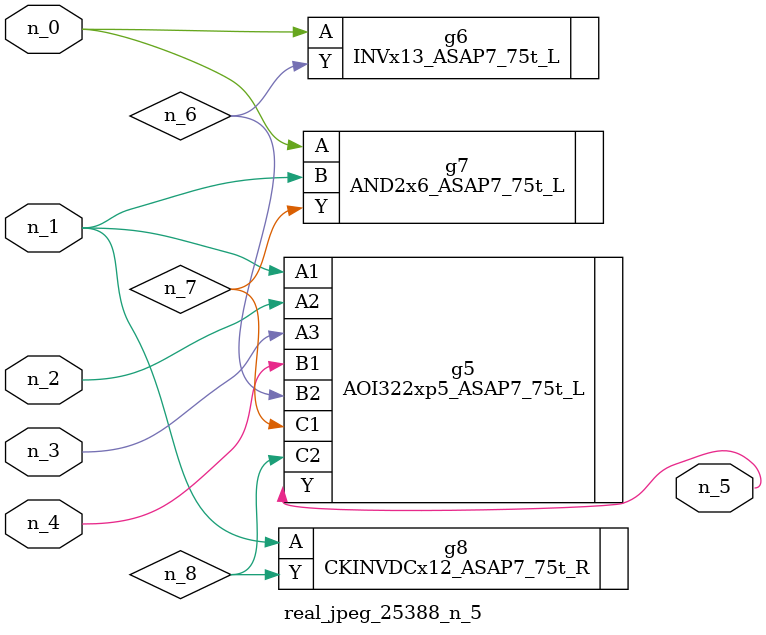
<source format=v>
module real_jpeg_25388_n_5 (n_4, n_0, n_1, n_2, n_3, n_5);

input n_4;
input n_0;
input n_1;
input n_2;
input n_3;

output n_5;

wire n_8;
wire n_6;
wire n_7;

INVx13_ASAP7_75t_L g6 ( 
.A(n_0),
.Y(n_6)
);

AND2x6_ASAP7_75t_L g7 ( 
.A(n_0),
.B(n_1),
.Y(n_7)
);

AOI322xp5_ASAP7_75t_L g5 ( 
.A1(n_1),
.A2(n_2),
.A3(n_3),
.B1(n_4),
.B2(n_6),
.C1(n_7),
.C2(n_8),
.Y(n_5)
);

CKINVDCx12_ASAP7_75t_R g8 ( 
.A(n_1),
.Y(n_8)
);


endmodule
</source>
